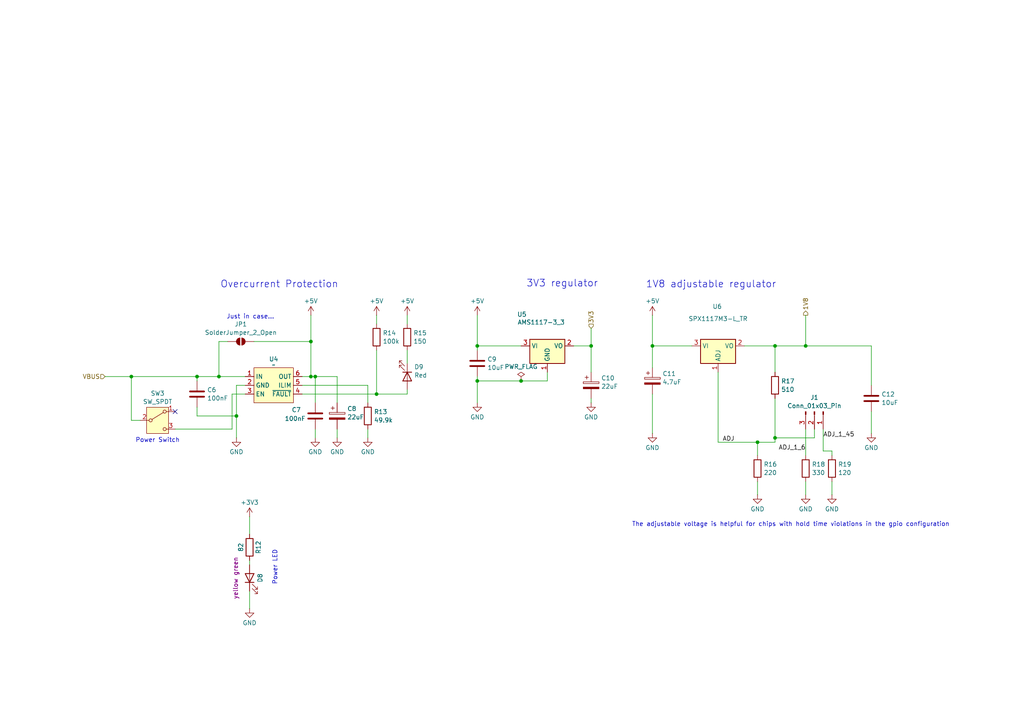
<source format=kicad_sch>
(kicad_sch (version 20231120) (generator "eeschema") (generator_version "8.0")
  (paper "A4")
  (title_block (title "Voltage Conversion") (date "2024-05-30") (rev "0.2.0"))
  (lib_symbols
    (symbol "Connector:Conn_01x03_Pin" (pin_names (offset 1.016) hide)
      (property "Reference" "J" (at 0 5.08 0))
      (property "Value" "Conn_01x03_Pin" (at 0 -5.08 0))
      (symbol "Conn_01x03_Pin_1_1"
        (polyline (pts (xy 1.27 -2.54) (xy 0.8636 -2.54)) (stroke (width 0.1524)))
        (polyline (pts (xy 1.27 0) (xy 0.8636 0)) (stroke (width 0.1524)))
        (polyline (pts (xy 1.27 2.54) (xy 0.8636 2.54)) (stroke (width 0.1524)))
        (rectangle (start 0.8636 -2.413) (end 0 -2.667) (stroke (width 0.1524)) (fill (type outline)))
        (rectangle (start 0.8636 0.127) (end 0 -0.127) (stroke (width 0.1524)) (fill (type outline)))
        (rectangle (start 0.8636 2.667) (end 0 2.413) (stroke (width 0.1524)) (fill (type outline)))
        (pin passive line (at 5.08 2.54 180) (length 3.81) (name "Pin_1") (number "1"))
        (pin passive line (at 5.08 0 180) (length 3.81) (name "Pin_2") (number "2"))
        (pin passive line (at 5.08 -2.54 180) (length 3.81) (name "Pin_3") (number "3"))
      )
    )
    (symbol "Device:C" (pin_numbers hide) (pin_names (offset 0.254))
      (property "Reference" "C" (at 0.635 2.54 0))
      (property "Value" "C" (at 0.635 -2.54 0))
      (symbol "C_0_1"
        (polyline (pts (xy -2.032 -0.762) (xy 2.032 -0.762)) (stroke (width 0.508)))
        (polyline (pts (xy -2.032 0.762) (xy 2.032 0.762)) (stroke (width 0.508)))
      )
      (symbol "C_1_1"
        (pin passive line (at 0 3.81 270) (length 2.794) (name "~") (number "1"))
        (pin passive line (at 0 -3.81 90) (length 2.794) (name "~") (number "2"))
      )
    )
    (symbol "Device:C_Polarized" (pin_numbers hide) (pin_names (offset 0.254))
      (property "Reference" "C" (at 0.635 2.54 0))
      (property "Value" "C_Polarized" (at 0.635 -2.54 0))
      (symbol "C_Polarized_0_1"
        (rectangle (start -2.286 0.508) (end 2.286 1.016))
        (polyline (pts (xy -1.778 2.286) (xy -0.762 2.286)))
        (polyline (pts (xy -1.27 2.794) (xy -1.27 1.778)))
        (rectangle (start 2.286 -0.508) (end -2.286 -1.016) (fill (type outline)))
      )
      (symbol "C_Polarized_1_1"
        (pin passive line (at 0 3.81 270) (length 2.794) (name "~") (number "1"))
        (pin passive line (at 0 -3.81 90) (length 2.794) (name "~") (number "2"))
      )
    )
    (symbol "Device:LED" (pin_numbers hide) (pin_names (offset 1.016) hide)
      (property "Reference" "D" (at 0 2.54 0))
      (property "Value" "LED" (at 0 -2.54 0))
      (symbol "LED_0_1"
        (polyline (pts (xy -1.27 -1.27) (xy -1.27 1.27)) (stroke (width 0.254)))
        (polyline (pts (xy -1.27 0) (xy 1.27 0)))
        (polyline (pts (xy 1.27 -1.27) (xy 1.27 1.27) (xy -1.27 0) (xy 1.27 -1.27)) (stroke (width 0.254)))
        (polyline (pts (xy -3.048 -0.762) (xy -4.572 -2.286) (xy -3.81 -2.286) (xy -4.572 -2.286) (xy -4.572 -1.524)))
        (polyline (pts (xy -1.778 -0.762) (xy -3.302 -2.286) (xy -2.54 -2.286) (xy -3.302 -2.286) (xy -3.302 -1.524)))
      )
      (symbol "LED_1_1"
        (pin passive line (at -3.81 0 0) (length 2.54) (name "K") (number "1"))
        (pin passive line (at 3.81 0 180) (length 2.54) (name "A") (number "2"))
      )
    )
    (symbol "Device:R" (pin_numbers hide) (pin_names (offset 0))
      (property "Reference" "R" (at 2.032 0 90))
      (property "Value" "R" (at 0 0 90))
      (symbol "R_0_1"
        (rectangle (start -1.016 -2.54) (end 1.016 2.54) (stroke (width 0.254)))
      )
      (symbol "R_1_1"
        (pin passive line (at 0 3.81 270) (length 1.27) (name "~") (number "1"))
        (pin passive line (at 0 -3.81 90) (length 1.27) (name "~") (number "2"))
      )
    )
    (symbol "Jumper:SolderJumper_2_Open" (pin_numbers hide) (pin_names (offset 0) hide) (exclude_from_sim yes) (in_bom no)
      (property "Reference" "JP" (at 0 2.032 0))
      (property "Value" "SolderJumper_2_Open" (at 0 -2.54 0))
      (symbol "SolderJumper_2_Open_0_1"
        (arc (start -0.254 1.016) (mid -1.2656 0) (end -0.254 -1.016))
        (arc (start -0.254 1.016) (mid -1.2656 0) (end -0.254 -1.016) (fill (type outline)))
        (polyline (pts (xy -0.254 1.016) (xy -0.254 -1.016)))
        (polyline (pts (xy 0.254 1.016) (xy 0.254 -1.016)))
        (arc (start 0.254 -1.016) (mid 1.2656 0) (end 0.254 1.016))
        (arc (start 0.254 -1.016) (mid 1.2656 0) (end 0.254 1.016) (fill (type outline)))
      )
      (symbol "SolderJumper_2_Open_1_1"
        (pin passive line (at -3.81 0 0) (length 2.54) (name "A") (number "1"))
        (pin passive line (at 3.81 0 180) (length 2.54) (name "B") (number "2"))
      )
    )
    (symbol "Regulator_Linear:AMS1117"
      (property "Reference" "U" (at -3.81 3.175 0))
      (property "Value" "AMS1117" (at 0 3.175 0))
      (symbol "AMS1117_0_1"
        (rectangle (start -5.08 -5.08) (end 5.08 1.905) (stroke (width 0.254)) (fill (type background)))
      )
      (symbol "AMS1117_1_1"
        (pin input line (at 0 -7.62 90) (length 2.54) (name "ADJ") (number "1"))
        (pin power_out line (at 7.62 0 180) (length 2.54) (name "VO") (number "2"))
        (pin power_in line (at -7.62 0 0) (length 2.54) (name "VI") (number "3"))
      )
    )
    (symbol "Regulator_Linear:AMS1117-3.3"
      (property "Reference" "U" (at -3.81 3.175 0))
      (property "Value" "AMS1117-3.3" (at 0 3.175 0))
      (symbol "AMS1117-3.3_0_1"
        (rectangle (start -5.08 -5.08) (end 5.08 1.905) (stroke (width 0.254)) (fill (type background)))
      )
      (symbol "AMS1117-3.3_1_1"
        (pin power_in line (at 0 -7.62 90) (length 2.54) (name "GND") (number "1"))
        (pin power_out line (at 7.62 0 180) (length 2.54) (name "VO") (number "2"))
        (pin power_in line (at -7.62 0 0) (length 2.54) (name "VI") (number "3"))
      )
    )
    (symbol "Switch:SW_SPDT" (pin_names (offset 0) hide)
      (property "Reference" "SW" (at 0 5.08 0))
      (property "Value" "SW_SPDT" (at 0 -5.08 0))
      (symbol "SW_SPDT_0_1"
        (circle (center -2.032 0) (radius 0.4572))
        (polyline (pts (xy -1.651 0.254) (xy 1.651 2.286)))
        (circle (center 2.032 -2.54) (radius 0.4572))
        (circle (center 2.032 2.54) (radius 0.4572))
      )
      (symbol "SW_SPDT_1_1"
        (rectangle (start -3.175 3.81) (end 3.175 -3.81) (fill (type background)))
        (pin passive line (at 5.08 2.54 180) (length 2.54) (name "A") (number "1"))
        (pin passive line (at -5.08 0 0) (length 2.54) (name "B") (number "2"))
        (pin passive line (at 5.08 -2.54 180) (length 2.54) (name "C") (number "3"))
      )
    )
    (symbol "custom_symbols:TPS2553"
      (property "Reference" "U" (at 0 0 0))
      (symbol "TPS2553_1_1"
        (rectangle (start -6.35 -1.27) (end 5.08 -11.43) (fill (type background)))
        (pin power_in line (at -8.89 -3.81 0) (length 2.54) (name "IN") (number "1"))
        (pin power_in line (at -8.89 -6.35 0) (length 2.54) (name "GND") (number "2"))
        (pin input line (at -8.89 -8.89 0) (length 2.54) (name "EN") (number "3"))
        (pin output line (at 7.62 -8.89 180) (length 2.54) (name "~{FAULT}") (number "4"))
        (pin input line (at 7.62 -6.35 180) (length 2.54) (name "ILIM") (number "5"))
        (pin power_out line (at 7.62 -3.81 180) (length 2.54) (name "OUT") (number "6"))
      )
    )
    (symbol "power:+3V3" (power) (pin_numbers hide) (pin_names (offset 0) hide)
      (property "Value" "+3V3" (at 0 3.556 0))
      (symbol "+3V3_0_1"
        (polyline (pts (xy -0.762 1.27) (xy 0 2.54)))
        (polyline (pts (xy 0 0) (xy 0 2.54)))
        (polyline (pts (xy 0 2.54) (xy 0.762 1.27)))
      )
      (symbol "+3V3_1_1"
        (pin power_in line (at 0 0 90) (length 0) (name "~") (number "1"))
      )
    )
    (symbol "power:+5V" (power) (pin_numbers hide) (pin_names (offset 0) hide)
      (property "Value" "+5V" (at 0 3.556 0))
      (symbol "+5V_0_1"
        (polyline (pts (xy -0.762 1.27) (xy 0 2.54)))
        (polyline (pts (xy 0 0) (xy 0 2.54)))
        (polyline (pts (xy 0 2.54) (xy 0.762 1.27)))
      )
      (symbol "+5V_1_1"
        (pin power_in line (at 0 0 90) (length 0) (name "~") (number "1"))
      )
    )
    (symbol "power:GND" (power) (pin_numbers hide) (pin_names (offset 0) hide)
      (property "Value" "GND" (at 0 -3.81 0))
      (symbol "GND_0_1"
        (polyline (pts (xy 0 0) (xy 0 -1.27) (xy 1.27 -1.27) (xy 0 -2.54) (xy -1.27 -1.27) (xy 0 -1.27)))
      )
      (symbol "GND_1_1"
        (pin power_in line (at 0 0 270) (length 0) (name "~") (number "1"))
      )
    )
    (symbol "power:PWR_FLAG" (power) (pin_numbers hide) (pin_names (offset 0) hide)
      (property "Value" "PWR_FLAG" (at 0 3.81 0))
      (symbol "PWR_FLAG_0_0"
        (pin power_out line (at 0 0 90) (length 0) (name "~") (number "1"))
      )
      (symbol "PWR_FLAG_0_1"
        (polyline (pts (xy 0 0) (xy 0 1.27) (xy -1.016 1.905) (xy 0 2.54) (xy 1.016 1.905) (xy 0 1.27)))
      )
    )
  )
  (junction (at 224.79 127))
  (junction (at 189.23 100.33))
  (junction (at 224.79 100.33))
  (junction (at 91.44 109.22))
  (junction (at 219.71 128.27))
  (junction (at 109.22 114.3))
  (junction (at 171.45 100.33))
  (junction (at 151.13 110.49))
  (junction (at 90.17 99.06))
  (junction (at 90.17 109.22))
  (junction (at 138.43 110.49))
  (junction (at 233.68 100.33))
  (junction (at 63.5 109.22))
  (junction (at 68.58 120.65))
  (junction (at 138.43 100.33))
  (junction (at 57.15 109.22))
  (junction (at 38.1 109.22))
  (no_connect (at 50.8 119.38))
  (wire (pts (xy 90.17 91.44) (xy 90.17 99.06)))
  (wire (pts (xy 109.22 91.44) (xy 109.22 93.98)))
  (wire (pts (xy 138.43 116.84) (xy 138.43 110.49)))
  (wire (pts (xy 118.11 91.44) (xy 118.11 93.98)))
  (wire (pts (xy 73.66 99.06) (xy 90.17 99.06)))
  (wire (pts (xy 91.44 109.22) (xy 97.79 109.22)))
  (wire (pts (xy 50.8 124.46) (xy 67.31 124.46)))
  (wire (pts (xy 91.44 109.22) (xy 91.44 116.84)))
  (wire (pts (xy 68.58 111.76) (xy 68.58 120.65)))
  (wire (pts (xy 87.63 109.22) (xy 90.17 109.22)))
  (wire (pts (xy 71.12 111.76) (xy 68.58 111.76)))
  (wire (pts (xy 219.71 128.27) (xy 219.71 132.08)))
  (wire (pts (xy 57.15 118.11) (xy 57.15 120.65)))
  (wire (pts (xy 219.71 139.7) (xy 219.71 143.51)))
  (wire (pts (xy 224.79 100.33) (xy 224.79 107.95)))
  (wire (pts (xy 236.22 127) (xy 236.22 124.46)))
  (wire (pts (xy 90.17 109.22) (xy 91.44 109.22)))
  (wire (pts (xy 151.13 110.49) (xy 158.75 110.49)))
  (wire (pts (xy 63.5 109.22) (xy 71.12 109.22)))
  (wire (pts (xy 57.15 120.65) (xy 68.58 120.65)))
  (wire (pts (xy 57.15 109.22) (xy 63.5 109.22)))
  (wire (pts (xy 219.71 128.27) (xy 224.79 128.27)))
  (wire (pts (xy 233.68 100.33) (xy 252.73 100.33)))
  (wire (pts (xy 138.43 110.49) (xy 151.13 110.49)))
  (wire (pts (xy 224.79 115.57) (xy 224.79 127)))
  (wire (pts (xy 233.68 139.7) (xy 233.68 143.51)))
  (wire (pts (xy 208.28 128.27) (xy 219.71 128.27)))
  (wire (pts (xy 138.43 110.49) (xy 138.43 109.22)))
  (wire (pts (xy 138.43 100.33) (xy 138.43 101.6)))
  (wire (pts (xy 208.28 107.95) (xy 208.28 128.27)))
  (wire (pts (xy 224.79 127) (xy 224.79 128.27)))
  (wire (pts (xy 87.63 111.76) (xy 106.68 111.76)))
  (wire (pts (xy 189.23 100.33) (xy 200.66 100.33)))
  (wire (pts (xy 40.64 121.92) (xy 38.1 121.92)))
  (wire (pts (xy 109.22 101.6) (xy 109.22 114.3)))
  (wire (pts (xy 215.9 100.33) (xy 224.79 100.33)))
  (wire (pts (xy 109.22 114.3) (xy 118.11 114.3)))
  (wire (pts (xy 252.73 119.38) (xy 252.73 125.73)))
  (wire (pts (xy 158.75 110.49) (xy 158.75 107.95)))
  (wire (pts (xy 189.23 106.68) (xy 189.23 100.33)))
  (wire (pts (xy 63.5 99.06) (xy 66.04 99.06)))
  (wire (pts (xy 106.68 124.46) (xy 106.68 127)))
  (wire (pts (xy 118.11 101.6) (xy 118.11 105.41)))
  (wire (pts (xy 138.43 91.44) (xy 138.43 100.33)))
  (wire (pts (xy 189.23 91.44) (xy 189.23 100.33)))
  (wire (pts (xy 68.58 120.65) (xy 68.58 127)))
  (wire (pts (xy 87.63 114.3) (xy 109.22 114.3)))
  (wire (pts (xy 171.45 115.57) (xy 171.45 116.84)))
  (wire (pts (xy 171.45 100.33) (xy 171.45 107.95)))
  (wire (pts (xy 241.3 139.7) (xy 241.3 143.51)))
  (wire (pts (xy 224.79 127) (xy 236.22 127)))
  (wire (pts (xy 97.79 124.46) (xy 97.79 127)))
  (wire (pts (xy 72.39 171.45) (xy 72.39 176.53)))
  (wire (pts (xy 67.31 124.46) (xy 67.31 114.3)))
  (wire (pts (xy 171.45 95.25) (xy 171.45 100.33)))
  (wire (pts (xy 233.68 124.46) (xy 233.68 132.08)))
  (wire (pts (xy 118.11 114.3) (xy 118.11 113.03)))
  (wire (pts (xy 90.17 99.06) (xy 90.17 109.22)))
  (wire (pts (xy 63.5 99.06) (xy 63.5 109.22)))
  (wire (pts (xy 38.1 109.22) (xy 38.1 121.92)))
  (wire (pts (xy 233.68 91.44) (xy 233.68 100.33)))
  (wire (pts (xy 189.23 125.73) (xy 189.23 114.3)))
  (wire (pts (xy 57.15 110.49) (xy 57.15 109.22)))
  (wire (pts (xy 252.73 100.33) (xy 252.73 111.76)))
  (wire (pts (xy 238.76 130.81) (xy 241.3 130.81)))
  (wire (pts (xy 67.31 114.3) (xy 71.12 114.3)))
  (wire (pts (xy 97.79 109.22) (xy 97.79 116.84)))
  (wire (pts (xy 166.37 100.33) (xy 171.45 100.33)))
  (wire (pts (xy 138.43 100.33) (xy 151.13 100.33)))
  (wire (pts (xy 30.48 109.22) (xy 38.1 109.22)))
  (wire (pts (xy 241.3 130.81) (xy 241.3 132.08)))
  (wire (pts (xy 38.1 109.22) (xy 57.15 109.22)))
  (wire (pts (xy 72.39 162.56) (xy 72.39 163.83)))
  (wire (pts (xy 224.79 100.33) (xy 233.68 100.33)))
  (wire (pts (xy 72.39 149.86) (xy 72.39 154.94)))
  (wire (pts (xy 106.68 111.76) (xy 106.68 116.84)))
  (wire (pts (xy 91.44 124.46) (xy 91.44 127)))
  (wire (pts (xy 238.76 124.46) (xy 238.76 130.81)))
  (text "Just in case..." (at 72.644 91.948 0) (effects (font (size 1.27 1.27))))
  (text "Power LED" (at 79.756 164.592 90) (effects (font (size 1.27 1.27))))
  (text "1V8 adjustable regulator" (at 206.248 82.55 0) (effects (font (size 2 2))))
  (text "The adjustable voltage is helpful for chips with hold time violations in the gpio configuration" (at 229.362 152.146 0) (effects (font (size 1.27 1.27))))
  (text "Overcurrent Protection" (at 81.026 82.55 0) (effects (font (size 2 2))))
  (text "Power Switch" (at 45.72 127.762 0) (effects (font (size 1.27 1.27))))
  (text "3V3 regulator" (at 163.068 82.296 0) (effects (font (size 2 2))))
  (label "ADJ_1_6" (at 233.68 130.81 180))
  (label "ADJ_1_45" (at 238.76 127 0))
  (label "ADJ" (at 209.55 128.27 0))
  (hierarchical_label "3V3" (shape input) (at 171.45 95.25 90))
  (hierarchical_label "VBUS" (shape input) (at 30.48 109.22 180))
  (hierarchical_label "1V8" (shape output) (at 233.68 91.44 90))
  (symbol (lib_id "Device:LED") (at 118.11 109.22 270) (unit 1)
    (property "Reference" "D9" (at 120.142 106.4203 90) (effects (justify left)))
    (property "Value" "Red" (at 120.142 108.8446 90) (effects (justify left)))
    (property "Footprint" "LED_SMD:LED_1206_3216Metric" (effects (hide yes)))
    (property "Description" "Light emitting diode" (effects (hide yes)))
    (property "LCSC Part" "C2827254" (effects (hide yes)))
  )
  (symbol (lib_id "Device:C_Polarized") (at 97.79 120.65 0) (unit 1)
    (property "Reference" "C8" (at 100.711 118.5488 0) (effects (justify left)))
    (property "Value" "22uF" (at 100.711 120.9731 0) (effects (justify left)))
    (property "Footprint" "Capacitor_Tantalum_SMD:CP_EIA-3216-10_Kemet-I" (effects (hide yes)))
    (property "Description" "Polarized capacitor" (effects (hide yes)))
  )
  (symbol (lib_id "power:GND") (at 97.79 127 0) (unit 1)
    (property "Reference" "#PWR39" (effects (hide yes)))
    (property "Value" "GND" (at 97.79 131.064 0))
    (property "Description" "Power symbol creates a global label with name \"GND\" , ground" (effects (hide yes)))
  )
  (symbol (lib_id "custom_symbols:TPS2553") (at 80.01 105.41 0) (unit 1)
    (property "Reference" "U4" (at 79.375 104.1485 0))
    (property "Value" "~" (at 79.375 105.8299 0))
    (property "Footprint" "Package_TO_SOT_SMD:SOT-23-6" (effects (hide yes)))
    (property "Datasheet" "https://www.ti.com/lit/ds/symlink/tps2553.pdf?ts=1752511161799&ref_url=https%253A%252F%252Fwww.ti.com%252Fproduct%252Fde-de%252FTPS2553" (effects (hide yes)))
  )
  (symbol (lib_id "power:GND") (at 106.68 127 0) (unit 1)
    (property "Reference" "#PWR40" (effects (hide yes)))
    (property "Value" "GND" (at 106.68 131.064 0))
    (property "Description" "Power symbol creates a global label with name \"GND\" , ground" (effects (hide yes)))
  )
  (symbol (lib_id "Device:C_Polarized") (at 171.45 111.76 0) (unit 1)
    (property "Reference" "C10" (at 174.371 109.6588 0) (effects (justify left)))
    (property "Value" "22uF" (at 174.371 112.0831 0) (effects (justify left)))
    (property "Footprint" "Capacitor_Tantalum_SMD:CP_EIA-3216-10_Kemet-I" (effects (hide yes)))
    (property "Description" "Polarized capacitor" (effects (hide yes)))
  )
  (symbol (lib_id "Device:R") (at 118.11 97.79 0) (unit 1)
    (property "Reference" "R15" (at 119.888 96.5778 0) (effects (justify left)))
    (property "Value" "150" (at 119.888 99.0021 0) (effects (justify left)))
    (property "Footprint" "Resistor_SMD:R_0805_2012Metric" (effects (hide yes)))
    (property "Description" "Resistor" (effects (hide yes)))
  )
  (symbol (lib_id "Jumper:SolderJumper_2_Open") (at 69.85 99.06 0) (unit 1) (exclude_from_sim yes) (in_bom no)
    (property "Reference" "JP1" (at 69.85 94.0265 0))
    (property "Value" "SolderJumper_2_Open" (at 69.85 96.4508 0))
    (property "Footprint" "Jumper:SolderJumper-2_P1.3mm_Open_Pad1.0x1.5mm" (effects (hide yes)))
    (property "Description" "Solder Jumper, 2-pole, open" (effects (hide yes)))
  )
  (symbol (lib_id "Device:C") (at 57.15 114.3 0) (unit 1)
    (property "Reference" "C6" (at 60.071 113.0878 0) (effects (justify left)))
    (property "Value" "100nF" (at 60.071 115.5121 0) (effects (justify left)))
    (property "Footprint" "Capacitor_SMD:C_0805_2012Metric" (effects (hide yes)))
    (property "Description" "Unpolarized capacitor" (effects (hide yes)))
  )
  (symbol (lib_id "power:+3V3") (at 72.39 149.86 0) (unit 1)
    (property "Reference" "#PWR35" (effects (hide yes)))
    (property "Value" "+3V3" (at 72.39 145.7269 0))
    (property "Description" "Power symbol creates a global label with name \"+3V3\"" (effects (hide yes)))
  )
  (symbol (lib_id "power:GND") (at 189.23 125.73 0) (unit 1)
    (property "Reference" "#PWR47" (effects (hide yes)))
    (property "Value" "GND" (at 189.23 129.8631 0))
    (property "Description" "Power symbol creates a global label with name \"GND\" , ground" (effects (hide yes)))
  )
  (symbol (lib_id "power:+5V") (at 189.23 91.44 0) (unit 1)
    (property "Reference" "#PWR46" (effects (hide yes)))
    (property "Value" "+5V" (at 189.23 87.3069 0))
    (property "Description" "Power symbol creates a global label with name \"+5V\"" (effects (hide yes)))
  )
  (symbol (lib_id "Device:R") (at 106.68 120.65 0) (unit 1)
    (property "Reference" "R13" (at 108.458 119.4378 0) (effects (justify left)))
    (property "Value" "49.9k" (at 108.458 121.8621 0) (effects (justify left)))
    (property "Footprint" "Resistor_SMD:R_0805_2012Metric" (effects (hide yes)))
    (property "Description" "Resistor" (effects (hide yes)))
  )
  (symbol (lib_id "Regulator_Linear:AMS1117-3.3") (at 158.75 100.33 0) (unit 1)
    (property "Reference" "U5" (at 151.384 91.186 0))
    (property "Value" "AMS1117-3_3" (at 156.972 93.472 0))
    (property "Footprint" "Package_TO_SOT_SMD:SOT-223-3_TabPin2" (effects (hide yes)))
    (property "Datasheet" "http://www.advanced-monolithic.com/pdf/ds1117.pdf" (effects (hide yes)))
    (property "Description" "1A Low Dropout regulator, positive, 3.3V fixed output, SOT-223" (effects (hide yes)))
    (property "LCSC" "C6186" (effects (hide yes)))
  )
  (symbol (lib_id "Switch:SW_SPDT") (at 45.72 121.92 0) (unit 1)
    (property "Reference" "SW3" (at 45.72 114.0925 0))
    (property "Value" "SW_SPDT" (at 45.72 116.5168 0))
    (property "Footprint" "Customized:SPDT_Switch" (effects (hide yes)))
    (property "Datasheet" "https://lcsc.com/datasheet/lcsc_datasheet_2407161403_SHOU-HAN-MST-22D18G2-3J_C2875122.pdf" (effects (hide yes)))
    (property "Description" "Switch, single pole double throw" (effects (hide yes)))
    (property "LCSC Part" "C2875122" (effects (hide yes)))
  )
  (symbol (lib_id "power:GND") (at 72.39 176.53 0) (unit 1)
    (property "Reference" "#PWR36" (effects (hide yes)))
    (property "Value" "GND" (at 72.39 180.6631 0))
    (property "Description" "Power symbol creates a global label with name \"GND\" , ground" (effects (hide yes)))
  )
  (symbol (lib_id "Device:C") (at 91.44 120.65 0) (unit 1)
    (property "Reference" "C7" (at 84.582 118.872 0) (effects (justify left)))
    (property "Value" "100nF" (at 82.55 121.412 0) (effects (justify left)))
    (property "Footprint" "Capacitor_SMD:C_0805_2012Metric" (effects (hide yes)))
    (property "Description" "Unpolarized capacitor" (effects (hide yes)))
  )
  (symbol (lib_id "Device:R") (at 224.79 111.76 0) (unit 1)
    (property "Reference" "R17" (at 226.568 110.5478 0) (effects (justify left)))
    (property "Value" "510" (at 226.568 112.9721 0) (effects (justify left)))
    (property "Footprint" "Resistor_SMD:R_0805_2012Metric" (effects (hide yes)))
    (property "Description" "Resistor" (effects (hide yes)))
  )
  (symbol (lib_id "Device:R") (at 72.39 158.75 0) (unit 1)
    (property "Reference" "R12" (at 74.93 158.75 90))
    (property "Value" "82" (at 69.85 158.75 90))
    (property "Footprint" "Resistor_SMD:R_0805_2012Metric" (effects (hide yes)))
    (property "Description" "Resistor" (effects (hide yes)))
  )
  (symbol (lib_id "Device:R") (at 109.22 97.79 0) (unit 1)
    (property "Reference" "R14" (at 110.998 96.5778 0) (effects (justify left)))
    (property "Value" "100k" (at 110.998 99.0021 0) (effects (justify left)))
    (property "Footprint" "Resistor_SMD:R_0805_2012Metric" (effects (hide yes)))
    (property "Description" "Resistor" (effects (hide yes)))
  )
  (symbol (lib_id "Device:C") (at 252.73 115.57 0) (unit 1)
    (property "Reference" "C12" (at 255.651 114.3578 0) (effects (justify left)))
    (property "Value" "10uF" (at 255.651 116.7821 0) (effects (justify left)))
    (property "Footprint" "Capacitor_SMD:C_0805_2012Metric" (effects (hide yes)))
    (property "Description" "Unpolarized capacitor" (effects (hide yes)))
  )
  (symbol (lib_id "power:GND") (at 219.71 143.51 0) (unit 1)
    (property "Reference" "#PWR48" (effects (hide yes)))
    (property "Value" "GND" (at 219.71 147.6431 0))
    (property "Description" "Power symbol creates a global label with name \"GND\" , ground" (effects (hide yes)))
  )
  (symbol (lib_id "Device:R") (at 241.3 135.89 0) (unit 1)
    (property "Reference" "R19" (at 243.078 134.6778 0) (effects (justify left)))
    (property "Value" "120" (at 243.078 137.1021 0) (effects (justify left)))
    (property "Footprint" "Resistor_SMD:R_0805_2012Metric" (effects (hide yes)))
    (property "Description" "Resistor" (effects (hide yes)))
  )
  (symbol (lib_id "power:GND") (at 252.73 125.73 0) (unit 1)
    (property "Reference" "#PWR51" (effects (hide yes)))
    (property "Value" "GND" (at 252.73 129.8631 0))
    (property "Description" "Power symbol creates a global label with name \"GND\" , ground" (effects (hide yes)))
  )
  (symbol (lib_id "Device:LED") (at 72.39 167.64 90) (unit 1)
    (property "Reference" "D8" (at 75.438 167.64 0))
    (property "Value" "C965826" (effects (hide yes)))
    (property "Footprint" "LED_SMD:LED_1206_3216Metric" (effects (hide yes)))
    (property "Description" "yellow green" (at 68.326 167.64 0))
    (property "LCSC" " C965826" (effects (hide yes)))
  )
  (symbol (lib_id "power:GND") (at 68.58 127 0) (unit 1)
    (property "Reference" "#PWR34" (effects (hide yes)))
    (property "Value" "GND" (at 68.58 131.064 0))
    (property "Description" "Power symbol creates a global label with name \"GND\" , ground" (effects (hide yes)))
  )
  (symbol (lib_id "Device:R") (at 219.71 135.89 0) (unit 1)
    (property "Reference" "R16" (at 221.488 134.6778 0) (effects (justify left)))
    (property "Value" "220" (at 221.488 137.1021 0) (effects (justify left)))
    (property "Footprint" "Resistor_SMD:R_0805_2012Metric" (effects (hide yes)))
    (property "Description" "Resistor" (effects (hide yes)))
  )
  (symbol (lib_id "power:PWR_FLAG") (at 151.13 110.49 0) (unit 1)
    (property "Reference" "#FLG2" (effects (hide yes)))
    (property "Value" "PWR_FLAG" (at 151.13 106.3569 0))
    (property "Description" "Special symbol for telling ERC where power comes from" (effects (hide yes)))
  )
  (symbol (lib_id "power:GND") (at 91.44 127 0) (unit 1)
    (property "Reference" "#PWR38" (effects (hide yes)))
    (property "Value" "GND" (at 91.44 131.064 0))
    (property "Description" "Power symbol creates a global label with name \"GND\" , ground" (effects (hide yes)))
  )
  (symbol (lib_id "power:GND") (at 138.43 116.84 0) (unit 1)
    (property "Reference" "#PWR44" (effects (hide yes)))
    (property "Value" "GND" (at 138.43 120.9731 0))
    (property "Description" "Power symbol creates a global label with name \"GND\" , ground" (effects (hide yes)))
  )
  (symbol (lib_id "Connector:Conn_01x03_Pin") (at 236.22 119.38 270) (unit 1)
    (property "Reference" "J1" (at 236.22 115.2863 90))
    (property "Value" "Conn_01x03_Pin" (at 236.22 117.7106 90))
    (property "Footprint" "Connector_PinHeader_2.54mm:PinHeader_1x03_P2.54mm_Vertical" (effects (hide yes)))
    (property "Description" "Generic connector, single row, 01x03, script generated" (effects (hide yes)))
  )
  (symbol (lib_id "Device:C_Polarized") (at 189.23 110.49 0) (unit 1)
    (property "Reference" "C11" (at 192.151 108.3888 0) (effects (justify left)))
    (property "Value" "4.7uF" (at 192.151 110.8131 0) (effects (justify left)))
    (property "Footprint" "Capacitor_Tantalum_SMD:CP_EIA-3216-10_Kemet-I" (effects (hide yes)))
    (property "Description" "Polarized capacitor" (effects (hide yes)))
  )
  (symbol (lib_id "power:+5V") (at 118.11 91.44 0) (unit 1)
    (property "Reference" "#PWR42" (effects (hide yes)))
    (property "Value" "+5V" (at 118.11 87.3069 0))
    (property "Description" "Power symbol creates a global label with name \"+5V\"" (effects (hide yes)))
  )
  (symbol (lib_id "power:GND") (at 233.68 143.51 0) (unit 1)
    (property "Reference" "#PWR49" (effects (hide yes)))
    (property "Value" "GND" (at 233.68 147.6431 0))
    (property "Description" "Power symbol creates a global label with name \"GND\" , ground" (effects (hide yes)))
  )
  (symbol (lib_id "power:GND") (at 171.45 116.84 0) (unit 1)
    (property "Reference" "#PWR45" (effects (hide yes)))
    (property "Value" "GND" (at 171.45 120.9731 0))
    (property "Description" "Power symbol creates a global label with name \"GND\" , ground" (effects (hide yes)))
  )
  (symbol (lib_id "Device:C") (at 138.43 105.41 0) (unit 1)
    (property "Reference" "C9" (at 141.351 104.1978 0) (effects (justify left)))
    (property "Value" "10uF" (at 141.351 106.6221 0) (effects (justify left)))
    (property "Footprint" "Capacitor_SMD:C_0805_2012Metric" (effects (hide yes)))
    (property "Description" "Unpolarized capacitor" (effects (hide yes)))
  )
  (symbol (lib_id "power:+5V") (at 109.22 91.44 0) (unit 1)
    (property "Reference" "#PWR41" (effects (hide yes)))
    (property "Value" "+5V" (at 109.22 87.3069 0))
    (property "Description" "Power symbol creates a global label with name \"+5V\"" (effects (hide yes)))
  )
  (symbol (lib_id "power:+5V") (at 138.43 91.44 0) (unit 1)
    (property "Reference" "#PWR43" (effects (hide yes)))
    (property "Value" "+5V" (at 138.43 87.3069 0))
    (property "Description" "Power symbol creates a global label with name \"+5V\"" (effects (hide yes)))
  )
  (symbol (lib_id "Regulator_Linear:AMS1117") (at 208.28 100.33 0) (unit 1)
    (property "Reference" "U6" (at 208.026 88.9 0))
    (property "Value" "SPX1117M3-L_TR" (at 208.28 92.456 0))
    (property "Footprint" "Package_TO_SOT_SMD:SOT-223-3_TabPin2" (effects (hide yes)))
    (property "Datasheet" "http://www.advanced-monolithic.com/pdf/ds1117.pdf" (effects (hide yes)))
    (property "Description" "1A Low Dropout regulator, positive, adjustable output, SOT-223" (effects (hide yes)))
    (property "LCSC" "C67402" (effects (hide yes)))
  )
  (symbol (lib_id "power:+5V") (at 90.17 91.44 0) (unit 1)
    (property "Reference" "#PWR37" (effects (hide yes)))
    (property "Value" "+5V" (at 90.17 87.3069 0))
    (property "Description" "Power symbol creates a global label with name \"+5V\"" (effects (hide yes)))
  )
  (symbol (lib_id "power:GND") (at 241.3 143.51 0) (unit 1)
    (property "Reference" "#PWR50" (effects (hide yes)))
    (property "Value" "GND" (at 241.3 147.6431 0))
    (property "Description" "Power symbol creates a global label with name \"GND\" , ground" (effects (hide yes)))
  )
  (symbol (lib_id "Device:R") (at 233.68 135.89 0) (unit 1)
    (property "Reference" "R18" (at 235.458 134.6778 0) (effects (justify left)))
    (property "Value" "330" (at 235.458 137.1021 0) (effects (justify left)))
    (property "Footprint" "Resistor_SMD:R_0805_2012Metric" (effects (hide yes)))
    (property "Description" "Resistor" (effects (hide yes)))
  )
)
</source>
